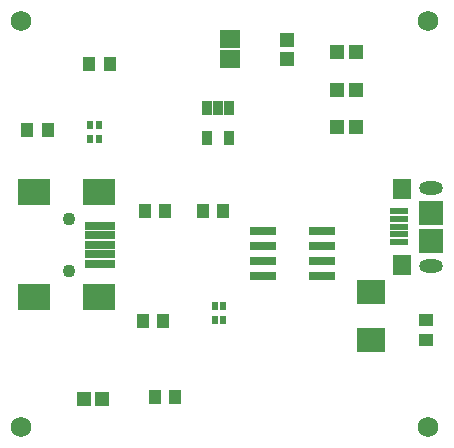
<source format=gts>
G04*
G04 #@! TF.GenerationSoftware,Altium Limited,Altium Designer,19.1.5 (86)*
G04*
G04 Layer_Color=8388736*
%FSLAX25Y25*%
%MOIN*%
G70*
G01*
G75*
%ADD29R,0.04737X0.04737*%
%ADD30R,0.08280X0.08280*%
%ADD31R,0.06312X0.07099*%
%ADD32R,0.06115X0.02375*%
%ADD33R,0.06706X0.05918*%
%ADD34R,0.08556X0.03044*%
%ADD35R,0.09658X0.08477*%
%ADD36R,0.04343X0.04737*%
%ADD37R,0.02375X0.02769*%
%ADD38R,0.09855X0.02769*%
%ADD39R,0.10642X0.08674*%
%ADD40R,0.04737X0.04737*%
%ADD41R,0.04737X0.04343*%
%ADD42R,0.03600X0.04700*%
%ADD43O,0.07887X0.04343*%
%ADD44C,0.02769*%
%ADD45C,0.04343*%
%ADD46C,0.06800*%
D29*
X34650Y17000D02*
D03*
X28350D02*
D03*
X119000Y132500D02*
D03*
X112701D02*
D03*
X119000Y120000D02*
D03*
X112701D02*
D03*
X119150Y107500D02*
D03*
X112850D02*
D03*
D30*
X144000Y79000D02*
D03*
Y69551D02*
D03*
D31*
X134354Y86874D02*
D03*
Y61677D02*
D03*
D32*
X133468Y79394D02*
D03*
Y76835D02*
D03*
Y74276D02*
D03*
Y71716D02*
D03*
Y69157D02*
D03*
D33*
X77000Y130154D02*
D03*
Y136846D02*
D03*
D34*
X88256Y73000D02*
D03*
Y68000D02*
D03*
Y63000D02*
D03*
Y58000D02*
D03*
X107744D02*
D03*
Y63000D02*
D03*
Y68000D02*
D03*
Y73000D02*
D03*
D35*
X124000Y36528D02*
D03*
Y52472D02*
D03*
D36*
X16346Y106500D02*
D03*
X9653D02*
D03*
X74847Y79500D02*
D03*
X68154D02*
D03*
X55500D02*
D03*
X48807D02*
D03*
X54847Y43000D02*
D03*
X48154D02*
D03*
X58846Y17500D02*
D03*
X52153D02*
D03*
X37000Y128500D02*
D03*
X30307D02*
D03*
D37*
X33378Y108362D02*
D03*
X30622D02*
D03*
Y103638D02*
D03*
X33378D02*
D03*
X72122Y43138D02*
D03*
X74878D02*
D03*
Y47862D02*
D03*
X72122D02*
D03*
D38*
X33736Y68339D02*
D03*
Y71488D02*
D03*
Y74638D02*
D03*
Y65189D02*
D03*
Y62039D02*
D03*
D39*
X11689Y85858D02*
D03*
X33342D02*
D03*
Y50819D02*
D03*
X11689D02*
D03*
D40*
X96000Y136650D02*
D03*
Y130350D02*
D03*
D41*
X142500Y43347D02*
D03*
Y36654D02*
D03*
D42*
X76950Y103800D02*
D03*
X69450D02*
D03*
X69500Y114000D02*
D03*
X73200D02*
D03*
X76900D02*
D03*
D43*
X144000Y87268D02*
D03*
Y61283D02*
D03*
D44*
Y87268D02*
D03*
Y61283D02*
D03*
D45*
X23500Y77000D02*
D03*
Y59677D02*
D03*
D46*
X7500Y7500D02*
D03*
Y143000D02*
D03*
X143000D02*
D03*
Y7500D02*
D03*
M02*

</source>
